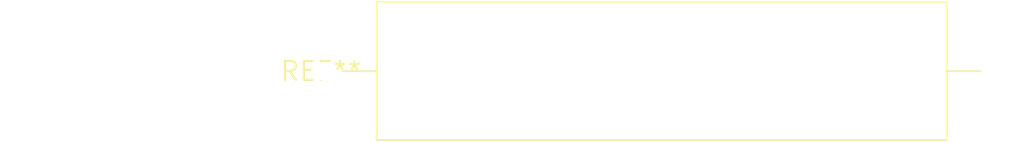
<source format=kicad_pcb>
(kicad_pcb (version 20240108) (generator pcbnew)
  (layers (0 "F.Cu" signal) (31 "B.Cu" signal) (34 "B.Paste" user) (35 "F.Paste" user) (36 "B.SilkS" user "B.Silkscreen") (37 "F.SilkS" user "F.Silkscreen") (38 "B.Mask" user) (39 "F.Mask" user) (44 "Edge.Cuts" user))
  (net 0 "")
  (footprint "R_Axial_Power_L38.0mm_W9.0mm_P45.72mm" (layer "F.Cu") (at 0 0)
    (property "Reference" "REF**")
    (property "Value" "R_Axial_Power_L38.0mm_W9.0mm_P45.72mm")
    (fp_line (start 1.44 0) (end 3.74 0) (layer "F.SilkS") (stroke (width 0.12)))
    (fp_line (start 3.74 -4.62) (end 3.74 4.62) (layer "F.SilkS") (stroke (width 0.12)))
    (fp_line (start 3.74 4.62) (end 41.98 4.62) (layer "F.SilkS") (stroke (width 0.12)))
    (fp_line (start 41.98 -4.62) (end 3.74 -4.62) (layer "F.SilkS") (stroke (width 0.12)))
    (fp_line (start 41.98 4.62) (end 41.98 -4.62) (layer "F.SilkS") (stroke (width 0.12)))
    (fp_line (start 44.28 0) (end 41.98 0) (layer "F.SilkS") (stroke (width 0.12)))
    (pad "1" thru_hole circle (at 0 0) (size 2.4 2.4) (drill 1.2) (layers *.Cu *.Mask) (remove_unused_layers))
    (pad "2" thru_hole oval (at 45.72 0) (size 2.4 2.4) (drill 1.2) (layers *.Cu *.Mask) (remove_unused_layers))
  )
)
</source>
